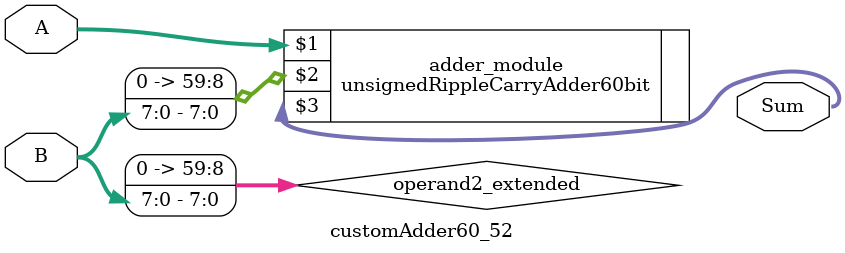
<source format=v>
module customAdder60_52(
                        input [59 : 0] A,
                        input [7 : 0] B,
                        
                        output [60 : 0] Sum
                );

        wire [59 : 0] operand2_extended;
        
        assign operand2_extended =  {52'b0, B};
        
        unsignedRippleCarryAdder60bit adder_module(
            A,
            operand2_extended,
            Sum
        );
        
        endmodule
        
</source>
